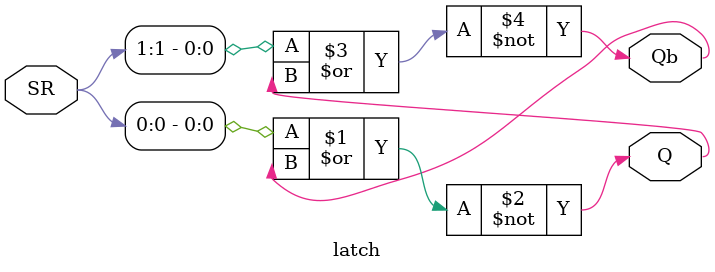
<source format=sv>
module latch(SR,Q,Qb);
  input [1:0] SR;
  output Q,Qb;
  nor n0 (Q,SR[0],Qb);
  nor n1 (Qb,SR[1],Q);
endmodule
</source>
